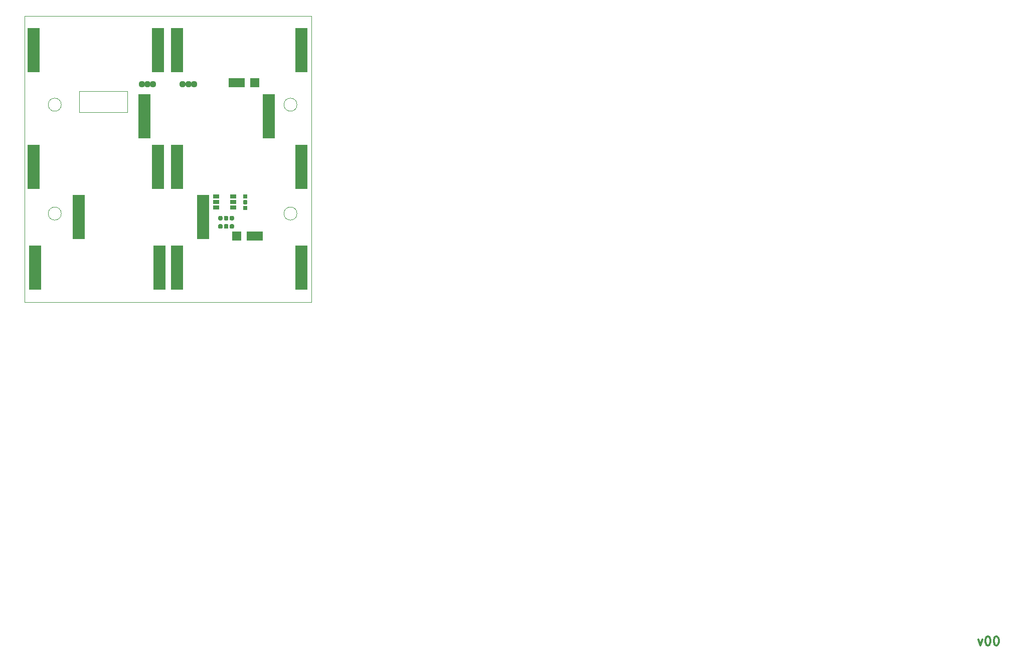
<source format=gts>
G04 #@! TF.GenerationSoftware,KiCad,Pcbnew,(5.1.4)-1*
G04 #@! TF.CreationDate,2019-10-25T18:16:57-07:00*
G04 #@! TF.ProjectId,SolarCellZ_v1,536f6c61-7243-4656-9c6c-5a5f76312e6b,rev?*
G04 #@! TF.SameCoordinates,Original*
G04 #@! TF.FileFunction,Soldermask,Top*
G04 #@! TF.FilePolarity,Negative*
%FSLAX46Y46*%
G04 Gerber Fmt 4.6, Leading zero omitted, Abs format (unit mm)*
G04 Created by KiCad (PCBNEW (5.1.4)-1) date 2019-10-25 18:16:57*
%MOMM*%
%LPD*%
G04 APERTURE LIST*
%ADD10C,0.300000*%
%ADD11C,0.050000*%
%ADD12C,1.117600*%
%ADD13R,1.001600X0.801600*%
%ADD14R,2.101600X7.501600*%
%ADD15R,1.501600X1.501600*%
%ADD16R,2.801600X1.501600*%
%ADD17C,0.100000*%
%ADD18C,0.691600*%
G04 APERTURE END LIST*
D10*
X251007785Y-145347571D02*
X251364928Y-146347571D01*
X251722071Y-145347571D01*
X252579214Y-144847571D02*
X252722071Y-144847571D01*
X252864928Y-144919000D01*
X252936357Y-144990428D01*
X253007785Y-145133285D01*
X253079214Y-145419000D01*
X253079214Y-145776142D01*
X253007785Y-146061857D01*
X252936357Y-146204714D01*
X252864928Y-146276142D01*
X252722071Y-146347571D01*
X252579214Y-146347571D01*
X252436357Y-146276142D01*
X252364928Y-146204714D01*
X252293500Y-146061857D01*
X252222071Y-145776142D01*
X252222071Y-145419000D01*
X252293500Y-145133285D01*
X252364928Y-144990428D01*
X252436357Y-144919000D01*
X252579214Y-144847571D01*
X254007785Y-144847571D02*
X254150642Y-144847571D01*
X254293500Y-144919000D01*
X254364928Y-144990428D01*
X254436357Y-145133285D01*
X254507785Y-145419000D01*
X254507785Y-145776142D01*
X254436357Y-146061857D01*
X254364928Y-146204714D01*
X254293500Y-146276142D01*
X254150642Y-146347571D01*
X254007785Y-146347571D01*
X253864928Y-146276142D01*
X253793500Y-146204714D01*
X253722071Y-146061857D01*
X253650642Y-145776142D01*
X253650642Y-145419000D01*
X253722071Y-145133285D01*
X253793500Y-144990428D01*
X253864928Y-144919000D01*
X254007785Y-144847571D01*
D11*
X99200000Y-52750000D02*
X99200000Y-56250000D01*
X99200000Y-56250000D02*
X107400000Y-56250000D01*
X107400000Y-52750000D02*
X107400000Y-56250000D01*
X99200000Y-52750000D02*
X107400000Y-52750000D01*
X96200000Y-73400000D02*
G75*
G03X96200000Y-73400000I-1100000J0D01*
G01*
X136000000Y-73400000D02*
G75*
G03X136000000Y-73400000I-1100000J0D01*
G01*
X136000000Y-55000000D02*
G75*
G03X136000000Y-55000000I-1100000J0D01*
G01*
X96200000Y-55000000D02*
G75*
G03X96200000Y-55000000I-1100000J0D01*
G01*
X138400000Y-88400000D02*
X90000000Y-88400000D01*
X90000000Y-88400000D02*
X90000000Y-40000000D01*
X138400000Y-40000000D02*
X138400000Y-88400000D01*
X90000000Y-40000000D02*
X138400000Y-40000000D01*
D12*
X116700000Y-51500000D03*
X117650000Y-51500000D03*
X111700000Y-51500000D03*
X110750000Y-51500000D03*
X118600000Y-51500000D03*
X109800000Y-51500000D03*
D13*
X125211500Y-70487500D03*
X125211500Y-71437500D03*
X125211500Y-72387500D03*
X122311500Y-72387500D03*
X122311500Y-71437500D03*
X122311500Y-70487500D03*
D14*
X136750000Y-45750000D03*
X115750000Y-45750000D03*
X91500000Y-45750000D03*
X112500000Y-45750000D03*
X131250000Y-57000000D03*
X110250000Y-57000000D03*
X136750000Y-65500000D03*
X115750000Y-65500000D03*
X112500000Y-65500000D03*
X91500000Y-65500000D03*
X120187000Y-74000000D03*
X99187000Y-74000000D03*
X115750000Y-82500000D03*
X136750000Y-82500000D03*
X112750000Y-82500000D03*
X91750000Y-82500000D03*
D15*
X128850000Y-51250000D03*
D16*
X125800000Y-51250000D03*
D15*
X125785000Y-77152500D03*
D16*
X128835000Y-77152500D03*
D17*
G36*
X124228347Y-73798033D02*
G01*
X124245131Y-73800522D01*
X124261590Y-73804645D01*
X124277566Y-73810361D01*
X124292904Y-73817616D01*
X124307458Y-73826339D01*
X124321087Y-73836446D01*
X124333659Y-73847841D01*
X124345054Y-73860413D01*
X124355161Y-73874042D01*
X124363884Y-73888596D01*
X124371139Y-73903934D01*
X124376855Y-73919910D01*
X124380978Y-73936369D01*
X124383467Y-73953153D01*
X124384300Y-73970100D01*
X124384300Y-74365900D01*
X124383467Y-74382847D01*
X124380978Y-74399631D01*
X124376855Y-74416090D01*
X124371139Y-74432066D01*
X124363884Y-74447404D01*
X124355161Y-74461958D01*
X124345054Y-74475587D01*
X124333659Y-74488159D01*
X124321087Y-74499554D01*
X124307458Y-74509661D01*
X124292904Y-74518384D01*
X124277566Y-74525639D01*
X124261590Y-74531355D01*
X124245131Y-74535478D01*
X124228347Y-74537967D01*
X124211400Y-74538800D01*
X123865600Y-74538800D01*
X123848653Y-74537967D01*
X123831869Y-74535478D01*
X123815410Y-74531355D01*
X123799434Y-74525639D01*
X123784096Y-74518384D01*
X123769542Y-74509661D01*
X123755913Y-74499554D01*
X123743341Y-74488159D01*
X123731946Y-74475587D01*
X123721839Y-74461958D01*
X123713116Y-74447404D01*
X123705861Y-74432066D01*
X123700145Y-74416090D01*
X123696022Y-74399631D01*
X123693533Y-74382847D01*
X123692700Y-74365900D01*
X123692700Y-73970100D01*
X123693533Y-73953153D01*
X123696022Y-73936369D01*
X123700145Y-73919910D01*
X123705861Y-73903934D01*
X123713116Y-73888596D01*
X123721839Y-73874042D01*
X123731946Y-73860413D01*
X123743341Y-73847841D01*
X123755913Y-73836446D01*
X123769542Y-73826339D01*
X123784096Y-73817616D01*
X123799434Y-73810361D01*
X123815410Y-73804645D01*
X123831869Y-73800522D01*
X123848653Y-73798033D01*
X123865600Y-73797200D01*
X124211400Y-73797200D01*
X124228347Y-73798033D01*
X124228347Y-73798033D01*
G37*
D18*
X124038500Y-74168000D03*
D17*
G36*
X125198347Y-73798033D02*
G01*
X125215131Y-73800522D01*
X125231590Y-73804645D01*
X125247566Y-73810361D01*
X125262904Y-73817616D01*
X125277458Y-73826339D01*
X125291087Y-73836446D01*
X125303659Y-73847841D01*
X125315054Y-73860413D01*
X125325161Y-73874042D01*
X125333884Y-73888596D01*
X125341139Y-73903934D01*
X125346855Y-73919910D01*
X125350978Y-73936369D01*
X125353467Y-73953153D01*
X125354300Y-73970100D01*
X125354300Y-74365900D01*
X125353467Y-74382847D01*
X125350978Y-74399631D01*
X125346855Y-74416090D01*
X125341139Y-74432066D01*
X125333884Y-74447404D01*
X125325161Y-74461958D01*
X125315054Y-74475587D01*
X125303659Y-74488159D01*
X125291087Y-74499554D01*
X125277458Y-74509661D01*
X125262904Y-74518384D01*
X125247566Y-74525639D01*
X125231590Y-74531355D01*
X125215131Y-74535478D01*
X125198347Y-74537967D01*
X125181400Y-74538800D01*
X124835600Y-74538800D01*
X124818653Y-74537967D01*
X124801869Y-74535478D01*
X124785410Y-74531355D01*
X124769434Y-74525639D01*
X124754096Y-74518384D01*
X124739542Y-74509661D01*
X124725913Y-74499554D01*
X124713341Y-74488159D01*
X124701946Y-74475587D01*
X124691839Y-74461958D01*
X124683116Y-74447404D01*
X124675861Y-74432066D01*
X124670145Y-74416090D01*
X124666022Y-74399631D01*
X124663533Y-74382847D01*
X124662700Y-74365900D01*
X124662700Y-73970100D01*
X124663533Y-73953153D01*
X124666022Y-73936369D01*
X124670145Y-73919910D01*
X124675861Y-73903934D01*
X124683116Y-73888596D01*
X124691839Y-73874042D01*
X124701946Y-73860413D01*
X124713341Y-73847841D01*
X124725913Y-73836446D01*
X124739542Y-73826339D01*
X124754096Y-73817616D01*
X124769434Y-73810361D01*
X124785410Y-73804645D01*
X124801869Y-73800522D01*
X124818653Y-73798033D01*
X124835600Y-73797200D01*
X125181400Y-73797200D01*
X125198347Y-73798033D01*
X125198347Y-73798033D01*
G37*
D18*
X125008500Y-74168000D03*
D17*
G36*
X123258067Y-73798033D02*
G01*
X123274851Y-73800522D01*
X123291310Y-73804645D01*
X123307286Y-73810361D01*
X123322624Y-73817616D01*
X123337178Y-73826339D01*
X123350807Y-73836446D01*
X123363379Y-73847841D01*
X123374774Y-73860413D01*
X123384881Y-73874042D01*
X123393604Y-73888596D01*
X123400859Y-73903934D01*
X123406575Y-73919910D01*
X123410698Y-73936369D01*
X123413187Y-73953153D01*
X123414020Y-73970100D01*
X123414020Y-74365900D01*
X123413187Y-74382847D01*
X123410698Y-74399631D01*
X123406575Y-74416090D01*
X123400859Y-74432066D01*
X123393604Y-74447404D01*
X123384881Y-74461958D01*
X123374774Y-74475587D01*
X123363379Y-74488159D01*
X123350807Y-74499554D01*
X123337178Y-74509661D01*
X123322624Y-74518384D01*
X123307286Y-74525639D01*
X123291310Y-74531355D01*
X123274851Y-74535478D01*
X123258067Y-74537967D01*
X123241120Y-74538800D01*
X122895320Y-74538800D01*
X122878373Y-74537967D01*
X122861589Y-74535478D01*
X122845130Y-74531355D01*
X122829154Y-74525639D01*
X122813816Y-74518384D01*
X122799262Y-74509661D01*
X122785633Y-74499554D01*
X122773061Y-74488159D01*
X122761666Y-74475587D01*
X122751559Y-74461958D01*
X122742836Y-74447404D01*
X122735581Y-74432066D01*
X122729865Y-74416090D01*
X122725742Y-74399631D01*
X122723253Y-74382847D01*
X122722420Y-74365900D01*
X122722420Y-73970100D01*
X122723253Y-73953153D01*
X122725742Y-73936369D01*
X122729865Y-73919910D01*
X122735581Y-73903934D01*
X122742836Y-73888596D01*
X122751559Y-73874042D01*
X122761666Y-73860413D01*
X122773061Y-73847841D01*
X122785633Y-73836446D01*
X122799262Y-73826339D01*
X122813816Y-73817616D01*
X122829154Y-73810361D01*
X122845130Y-73804645D01*
X122861589Y-73800522D01*
X122878373Y-73798033D01*
X122895320Y-73797200D01*
X123241120Y-73797200D01*
X123258067Y-73798033D01*
X123258067Y-73798033D01*
G37*
D18*
X123068220Y-74168000D03*
D17*
G36*
X124228067Y-73798033D02*
G01*
X124244851Y-73800522D01*
X124261310Y-73804645D01*
X124277286Y-73810361D01*
X124292624Y-73817616D01*
X124307178Y-73826339D01*
X124320807Y-73836446D01*
X124333379Y-73847841D01*
X124344774Y-73860413D01*
X124354881Y-73874042D01*
X124363604Y-73888596D01*
X124370859Y-73903934D01*
X124376575Y-73919910D01*
X124380698Y-73936369D01*
X124383187Y-73953153D01*
X124384020Y-73970100D01*
X124384020Y-74365900D01*
X124383187Y-74382847D01*
X124380698Y-74399631D01*
X124376575Y-74416090D01*
X124370859Y-74432066D01*
X124363604Y-74447404D01*
X124354881Y-74461958D01*
X124344774Y-74475587D01*
X124333379Y-74488159D01*
X124320807Y-74499554D01*
X124307178Y-74509661D01*
X124292624Y-74518384D01*
X124277286Y-74525639D01*
X124261310Y-74531355D01*
X124244851Y-74535478D01*
X124228067Y-74537967D01*
X124211120Y-74538800D01*
X123865320Y-74538800D01*
X123848373Y-74537967D01*
X123831589Y-74535478D01*
X123815130Y-74531355D01*
X123799154Y-74525639D01*
X123783816Y-74518384D01*
X123769262Y-74509661D01*
X123755633Y-74499554D01*
X123743061Y-74488159D01*
X123731666Y-74475587D01*
X123721559Y-74461958D01*
X123712836Y-74447404D01*
X123705581Y-74432066D01*
X123699865Y-74416090D01*
X123695742Y-74399631D01*
X123693253Y-74382847D01*
X123692420Y-74365900D01*
X123692420Y-73970100D01*
X123693253Y-73953153D01*
X123695742Y-73936369D01*
X123699865Y-73919910D01*
X123705581Y-73903934D01*
X123712836Y-73888596D01*
X123721559Y-73874042D01*
X123731666Y-73860413D01*
X123743061Y-73847841D01*
X123755633Y-73836446D01*
X123769262Y-73826339D01*
X123783816Y-73817616D01*
X123799154Y-73810361D01*
X123815130Y-73804645D01*
X123831589Y-73800522D01*
X123848373Y-73798033D01*
X123865320Y-73797200D01*
X124211120Y-73797200D01*
X124228067Y-73798033D01*
X124228067Y-73798033D01*
G37*
D18*
X124038220Y-74168000D03*
D17*
G36*
X124228347Y-75195033D02*
G01*
X124245131Y-75197522D01*
X124261590Y-75201645D01*
X124277566Y-75207361D01*
X124292904Y-75214616D01*
X124307458Y-75223339D01*
X124321087Y-75233446D01*
X124333659Y-75244841D01*
X124345054Y-75257413D01*
X124355161Y-75271042D01*
X124363884Y-75285596D01*
X124371139Y-75300934D01*
X124376855Y-75316910D01*
X124380978Y-75333369D01*
X124383467Y-75350153D01*
X124384300Y-75367100D01*
X124384300Y-75762900D01*
X124383467Y-75779847D01*
X124380978Y-75796631D01*
X124376855Y-75813090D01*
X124371139Y-75829066D01*
X124363884Y-75844404D01*
X124355161Y-75858958D01*
X124345054Y-75872587D01*
X124333659Y-75885159D01*
X124321087Y-75896554D01*
X124307458Y-75906661D01*
X124292904Y-75915384D01*
X124277566Y-75922639D01*
X124261590Y-75928355D01*
X124245131Y-75932478D01*
X124228347Y-75934967D01*
X124211400Y-75935800D01*
X123865600Y-75935800D01*
X123848653Y-75934967D01*
X123831869Y-75932478D01*
X123815410Y-75928355D01*
X123799434Y-75922639D01*
X123784096Y-75915384D01*
X123769542Y-75906661D01*
X123755913Y-75896554D01*
X123743341Y-75885159D01*
X123731946Y-75872587D01*
X123721839Y-75858958D01*
X123713116Y-75844404D01*
X123705861Y-75829066D01*
X123700145Y-75813090D01*
X123696022Y-75796631D01*
X123693533Y-75779847D01*
X123692700Y-75762900D01*
X123692700Y-75367100D01*
X123693533Y-75350153D01*
X123696022Y-75333369D01*
X123700145Y-75316910D01*
X123705861Y-75300934D01*
X123713116Y-75285596D01*
X123721839Y-75271042D01*
X123731946Y-75257413D01*
X123743341Y-75244841D01*
X123755913Y-75233446D01*
X123769542Y-75223339D01*
X123784096Y-75214616D01*
X123799434Y-75207361D01*
X123815410Y-75201645D01*
X123831869Y-75197522D01*
X123848653Y-75195033D01*
X123865600Y-75194200D01*
X124211400Y-75194200D01*
X124228347Y-75195033D01*
X124228347Y-75195033D01*
G37*
D18*
X124038500Y-75565000D03*
D17*
G36*
X125198347Y-75195033D02*
G01*
X125215131Y-75197522D01*
X125231590Y-75201645D01*
X125247566Y-75207361D01*
X125262904Y-75214616D01*
X125277458Y-75223339D01*
X125291087Y-75233446D01*
X125303659Y-75244841D01*
X125315054Y-75257413D01*
X125325161Y-75271042D01*
X125333884Y-75285596D01*
X125341139Y-75300934D01*
X125346855Y-75316910D01*
X125350978Y-75333369D01*
X125353467Y-75350153D01*
X125354300Y-75367100D01*
X125354300Y-75762900D01*
X125353467Y-75779847D01*
X125350978Y-75796631D01*
X125346855Y-75813090D01*
X125341139Y-75829066D01*
X125333884Y-75844404D01*
X125325161Y-75858958D01*
X125315054Y-75872587D01*
X125303659Y-75885159D01*
X125291087Y-75896554D01*
X125277458Y-75906661D01*
X125262904Y-75915384D01*
X125247566Y-75922639D01*
X125231590Y-75928355D01*
X125215131Y-75932478D01*
X125198347Y-75934967D01*
X125181400Y-75935800D01*
X124835600Y-75935800D01*
X124818653Y-75934967D01*
X124801869Y-75932478D01*
X124785410Y-75928355D01*
X124769434Y-75922639D01*
X124754096Y-75915384D01*
X124739542Y-75906661D01*
X124725913Y-75896554D01*
X124713341Y-75885159D01*
X124701946Y-75872587D01*
X124691839Y-75858958D01*
X124683116Y-75844404D01*
X124675861Y-75829066D01*
X124670145Y-75813090D01*
X124666022Y-75796631D01*
X124663533Y-75779847D01*
X124662700Y-75762900D01*
X124662700Y-75367100D01*
X124663533Y-75350153D01*
X124666022Y-75333369D01*
X124670145Y-75316910D01*
X124675861Y-75300934D01*
X124683116Y-75285596D01*
X124691839Y-75271042D01*
X124701946Y-75257413D01*
X124713341Y-75244841D01*
X124725913Y-75233446D01*
X124739542Y-75223339D01*
X124754096Y-75214616D01*
X124769434Y-75207361D01*
X124785410Y-75201645D01*
X124801869Y-75197522D01*
X124818653Y-75195033D01*
X124835600Y-75194200D01*
X125181400Y-75194200D01*
X125198347Y-75195033D01*
X125198347Y-75195033D01*
G37*
D18*
X125008500Y-75565000D03*
D17*
G36*
X123258067Y-75195033D02*
G01*
X123274851Y-75197522D01*
X123291310Y-75201645D01*
X123307286Y-75207361D01*
X123322624Y-75214616D01*
X123337178Y-75223339D01*
X123350807Y-75233446D01*
X123363379Y-75244841D01*
X123374774Y-75257413D01*
X123384881Y-75271042D01*
X123393604Y-75285596D01*
X123400859Y-75300934D01*
X123406575Y-75316910D01*
X123410698Y-75333369D01*
X123413187Y-75350153D01*
X123414020Y-75367100D01*
X123414020Y-75762900D01*
X123413187Y-75779847D01*
X123410698Y-75796631D01*
X123406575Y-75813090D01*
X123400859Y-75829066D01*
X123393604Y-75844404D01*
X123384881Y-75858958D01*
X123374774Y-75872587D01*
X123363379Y-75885159D01*
X123350807Y-75896554D01*
X123337178Y-75906661D01*
X123322624Y-75915384D01*
X123307286Y-75922639D01*
X123291310Y-75928355D01*
X123274851Y-75932478D01*
X123258067Y-75934967D01*
X123241120Y-75935800D01*
X122895320Y-75935800D01*
X122878373Y-75934967D01*
X122861589Y-75932478D01*
X122845130Y-75928355D01*
X122829154Y-75922639D01*
X122813816Y-75915384D01*
X122799262Y-75906661D01*
X122785633Y-75896554D01*
X122773061Y-75885159D01*
X122761666Y-75872587D01*
X122751559Y-75858958D01*
X122742836Y-75844404D01*
X122735581Y-75829066D01*
X122729865Y-75813090D01*
X122725742Y-75796631D01*
X122723253Y-75779847D01*
X122722420Y-75762900D01*
X122722420Y-75367100D01*
X122723253Y-75350153D01*
X122725742Y-75333369D01*
X122729865Y-75316910D01*
X122735581Y-75300934D01*
X122742836Y-75285596D01*
X122751559Y-75271042D01*
X122761666Y-75257413D01*
X122773061Y-75244841D01*
X122785633Y-75233446D01*
X122799262Y-75223339D01*
X122813816Y-75214616D01*
X122829154Y-75207361D01*
X122845130Y-75201645D01*
X122861589Y-75197522D01*
X122878373Y-75195033D01*
X122895320Y-75194200D01*
X123241120Y-75194200D01*
X123258067Y-75195033D01*
X123258067Y-75195033D01*
G37*
D18*
X123068220Y-75565000D03*
D17*
G36*
X124228067Y-75195033D02*
G01*
X124244851Y-75197522D01*
X124261310Y-75201645D01*
X124277286Y-75207361D01*
X124292624Y-75214616D01*
X124307178Y-75223339D01*
X124320807Y-75233446D01*
X124333379Y-75244841D01*
X124344774Y-75257413D01*
X124354881Y-75271042D01*
X124363604Y-75285596D01*
X124370859Y-75300934D01*
X124376575Y-75316910D01*
X124380698Y-75333369D01*
X124383187Y-75350153D01*
X124384020Y-75367100D01*
X124384020Y-75762900D01*
X124383187Y-75779847D01*
X124380698Y-75796631D01*
X124376575Y-75813090D01*
X124370859Y-75829066D01*
X124363604Y-75844404D01*
X124354881Y-75858958D01*
X124344774Y-75872587D01*
X124333379Y-75885159D01*
X124320807Y-75896554D01*
X124307178Y-75906661D01*
X124292624Y-75915384D01*
X124277286Y-75922639D01*
X124261310Y-75928355D01*
X124244851Y-75932478D01*
X124228067Y-75934967D01*
X124211120Y-75935800D01*
X123865320Y-75935800D01*
X123848373Y-75934967D01*
X123831589Y-75932478D01*
X123815130Y-75928355D01*
X123799154Y-75922639D01*
X123783816Y-75915384D01*
X123769262Y-75906661D01*
X123755633Y-75896554D01*
X123743061Y-75885159D01*
X123731666Y-75872587D01*
X123721559Y-75858958D01*
X123712836Y-75844404D01*
X123705581Y-75829066D01*
X123699865Y-75813090D01*
X123695742Y-75796631D01*
X123693253Y-75779847D01*
X123692420Y-75762900D01*
X123692420Y-75367100D01*
X123693253Y-75350153D01*
X123695742Y-75333369D01*
X123699865Y-75316910D01*
X123705581Y-75300934D01*
X123712836Y-75285596D01*
X123721559Y-75271042D01*
X123731666Y-75257413D01*
X123743061Y-75244841D01*
X123755633Y-75233446D01*
X123769262Y-75223339D01*
X123783816Y-75214616D01*
X123799154Y-75207361D01*
X123815130Y-75201645D01*
X123831589Y-75197522D01*
X123848373Y-75195033D01*
X123865320Y-75194200D01*
X124211120Y-75194200D01*
X124228067Y-75195033D01*
X124228067Y-75195033D01*
G37*
D18*
X124038220Y-75565000D03*
D17*
G36*
X127468847Y-71138533D02*
G01*
X127485631Y-71141022D01*
X127502090Y-71145145D01*
X127518066Y-71150861D01*
X127533404Y-71158116D01*
X127547958Y-71166839D01*
X127561587Y-71176946D01*
X127574159Y-71188341D01*
X127585554Y-71200913D01*
X127595661Y-71214542D01*
X127604384Y-71229096D01*
X127611639Y-71244434D01*
X127617355Y-71260410D01*
X127621478Y-71276869D01*
X127623967Y-71293653D01*
X127624800Y-71310600D01*
X127624800Y-71656400D01*
X127623967Y-71673347D01*
X127621478Y-71690131D01*
X127617355Y-71706590D01*
X127611639Y-71722566D01*
X127604384Y-71737904D01*
X127595661Y-71752458D01*
X127585554Y-71766087D01*
X127574159Y-71778659D01*
X127561587Y-71790054D01*
X127547958Y-71800161D01*
X127533404Y-71808884D01*
X127518066Y-71816139D01*
X127502090Y-71821855D01*
X127485631Y-71825978D01*
X127468847Y-71828467D01*
X127451900Y-71829300D01*
X127056100Y-71829300D01*
X127039153Y-71828467D01*
X127022369Y-71825978D01*
X127005910Y-71821855D01*
X126989934Y-71816139D01*
X126974596Y-71808884D01*
X126960042Y-71800161D01*
X126946413Y-71790054D01*
X126933841Y-71778659D01*
X126922446Y-71766087D01*
X126912339Y-71752458D01*
X126903616Y-71737904D01*
X126896361Y-71722566D01*
X126890645Y-71706590D01*
X126886522Y-71690131D01*
X126884033Y-71673347D01*
X126883200Y-71656400D01*
X126883200Y-71310600D01*
X126884033Y-71293653D01*
X126886522Y-71276869D01*
X126890645Y-71260410D01*
X126896361Y-71244434D01*
X126903616Y-71229096D01*
X126912339Y-71214542D01*
X126922446Y-71200913D01*
X126933841Y-71188341D01*
X126946413Y-71176946D01*
X126960042Y-71166839D01*
X126974596Y-71158116D01*
X126989934Y-71150861D01*
X127005910Y-71145145D01*
X127022369Y-71141022D01*
X127039153Y-71138533D01*
X127056100Y-71137700D01*
X127451900Y-71137700D01*
X127468847Y-71138533D01*
X127468847Y-71138533D01*
G37*
D18*
X127254000Y-71483500D03*
D17*
G36*
X127468847Y-72108533D02*
G01*
X127485631Y-72111022D01*
X127502090Y-72115145D01*
X127518066Y-72120861D01*
X127533404Y-72128116D01*
X127547958Y-72136839D01*
X127561587Y-72146946D01*
X127574159Y-72158341D01*
X127585554Y-72170913D01*
X127595661Y-72184542D01*
X127604384Y-72199096D01*
X127611639Y-72214434D01*
X127617355Y-72230410D01*
X127621478Y-72246869D01*
X127623967Y-72263653D01*
X127624800Y-72280600D01*
X127624800Y-72626400D01*
X127623967Y-72643347D01*
X127621478Y-72660131D01*
X127617355Y-72676590D01*
X127611639Y-72692566D01*
X127604384Y-72707904D01*
X127595661Y-72722458D01*
X127585554Y-72736087D01*
X127574159Y-72748659D01*
X127561587Y-72760054D01*
X127547958Y-72770161D01*
X127533404Y-72778884D01*
X127518066Y-72786139D01*
X127502090Y-72791855D01*
X127485631Y-72795978D01*
X127468847Y-72798467D01*
X127451900Y-72799300D01*
X127056100Y-72799300D01*
X127039153Y-72798467D01*
X127022369Y-72795978D01*
X127005910Y-72791855D01*
X126989934Y-72786139D01*
X126974596Y-72778884D01*
X126960042Y-72770161D01*
X126946413Y-72760054D01*
X126933841Y-72748659D01*
X126922446Y-72736087D01*
X126912339Y-72722458D01*
X126903616Y-72707904D01*
X126896361Y-72692566D01*
X126890645Y-72676590D01*
X126886522Y-72660131D01*
X126884033Y-72643347D01*
X126883200Y-72626400D01*
X126883200Y-72280600D01*
X126884033Y-72263653D01*
X126886522Y-72246869D01*
X126890645Y-72230410D01*
X126896361Y-72214434D01*
X126903616Y-72199096D01*
X126912339Y-72184542D01*
X126922446Y-72170913D01*
X126933841Y-72158341D01*
X126946413Y-72146946D01*
X126960042Y-72136839D01*
X126974596Y-72128116D01*
X126989934Y-72120861D01*
X127005910Y-72115145D01*
X127022369Y-72111022D01*
X127039153Y-72108533D01*
X127056100Y-72107700D01*
X127451900Y-72107700D01*
X127468847Y-72108533D01*
X127468847Y-72108533D01*
G37*
D18*
X127254000Y-72453500D03*
D17*
G36*
X127468847Y-70163033D02*
G01*
X127485631Y-70165522D01*
X127502090Y-70169645D01*
X127518066Y-70175361D01*
X127533404Y-70182616D01*
X127547958Y-70191339D01*
X127561587Y-70201446D01*
X127574159Y-70212841D01*
X127585554Y-70225413D01*
X127595661Y-70239042D01*
X127604384Y-70253596D01*
X127611639Y-70268934D01*
X127617355Y-70284910D01*
X127621478Y-70301369D01*
X127623967Y-70318153D01*
X127624800Y-70335100D01*
X127624800Y-70680900D01*
X127623967Y-70697847D01*
X127621478Y-70714631D01*
X127617355Y-70731090D01*
X127611639Y-70747066D01*
X127604384Y-70762404D01*
X127595661Y-70776958D01*
X127585554Y-70790587D01*
X127574159Y-70803159D01*
X127561587Y-70814554D01*
X127547958Y-70824661D01*
X127533404Y-70833384D01*
X127518066Y-70840639D01*
X127502090Y-70846355D01*
X127485631Y-70850478D01*
X127468847Y-70852967D01*
X127451900Y-70853800D01*
X127056100Y-70853800D01*
X127039153Y-70852967D01*
X127022369Y-70850478D01*
X127005910Y-70846355D01*
X126989934Y-70840639D01*
X126974596Y-70833384D01*
X126960042Y-70824661D01*
X126946413Y-70814554D01*
X126933841Y-70803159D01*
X126922446Y-70790587D01*
X126912339Y-70776958D01*
X126903616Y-70762404D01*
X126896361Y-70747066D01*
X126890645Y-70731090D01*
X126886522Y-70714631D01*
X126884033Y-70697847D01*
X126883200Y-70680900D01*
X126883200Y-70335100D01*
X126884033Y-70318153D01*
X126886522Y-70301369D01*
X126890645Y-70284910D01*
X126896361Y-70268934D01*
X126903616Y-70253596D01*
X126912339Y-70239042D01*
X126922446Y-70225413D01*
X126933841Y-70212841D01*
X126946413Y-70201446D01*
X126960042Y-70191339D01*
X126974596Y-70182616D01*
X126989934Y-70175361D01*
X127005910Y-70169645D01*
X127022369Y-70165522D01*
X127039153Y-70163033D01*
X127056100Y-70162200D01*
X127451900Y-70162200D01*
X127468847Y-70163033D01*
X127468847Y-70163033D01*
G37*
D18*
X127254000Y-70508000D03*
D17*
G36*
X127468847Y-71133033D02*
G01*
X127485631Y-71135522D01*
X127502090Y-71139645D01*
X127518066Y-71145361D01*
X127533404Y-71152616D01*
X127547958Y-71161339D01*
X127561587Y-71171446D01*
X127574159Y-71182841D01*
X127585554Y-71195413D01*
X127595661Y-71209042D01*
X127604384Y-71223596D01*
X127611639Y-71238934D01*
X127617355Y-71254910D01*
X127621478Y-71271369D01*
X127623967Y-71288153D01*
X127624800Y-71305100D01*
X127624800Y-71650900D01*
X127623967Y-71667847D01*
X127621478Y-71684631D01*
X127617355Y-71701090D01*
X127611639Y-71717066D01*
X127604384Y-71732404D01*
X127595661Y-71746958D01*
X127585554Y-71760587D01*
X127574159Y-71773159D01*
X127561587Y-71784554D01*
X127547958Y-71794661D01*
X127533404Y-71803384D01*
X127518066Y-71810639D01*
X127502090Y-71816355D01*
X127485631Y-71820478D01*
X127468847Y-71822967D01*
X127451900Y-71823800D01*
X127056100Y-71823800D01*
X127039153Y-71822967D01*
X127022369Y-71820478D01*
X127005910Y-71816355D01*
X126989934Y-71810639D01*
X126974596Y-71803384D01*
X126960042Y-71794661D01*
X126946413Y-71784554D01*
X126933841Y-71773159D01*
X126922446Y-71760587D01*
X126912339Y-71746958D01*
X126903616Y-71732404D01*
X126896361Y-71717066D01*
X126890645Y-71701090D01*
X126886522Y-71684631D01*
X126884033Y-71667847D01*
X126883200Y-71650900D01*
X126883200Y-71305100D01*
X126884033Y-71288153D01*
X126886522Y-71271369D01*
X126890645Y-71254910D01*
X126896361Y-71238934D01*
X126903616Y-71223596D01*
X126912339Y-71209042D01*
X126922446Y-71195413D01*
X126933841Y-71182841D01*
X126946413Y-71171446D01*
X126960042Y-71161339D01*
X126974596Y-71152616D01*
X126989934Y-71145361D01*
X127005910Y-71139645D01*
X127022369Y-71135522D01*
X127039153Y-71133033D01*
X127056100Y-71132200D01*
X127451900Y-71132200D01*
X127468847Y-71133033D01*
X127468847Y-71133033D01*
G37*
D18*
X127254000Y-71478000D03*
M02*

</source>
